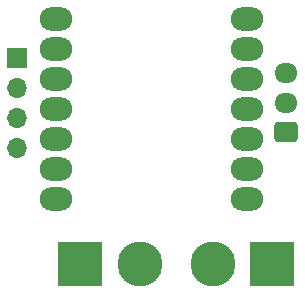
<source format=gts>
G04 #@! TF.GenerationSoftware,KiCad,Pcbnew,7.0.7*
G04 #@! TF.CreationDate,2024-01-02T23:05:42-05:00*
G04 #@! TF.ProjectId,squirrelbrain,73717569-7272-4656-9c62-7261696e2e6b,1*
G04 #@! TF.SameCoordinates,Original*
G04 #@! TF.FileFunction,Soldermask,Top*
G04 #@! TF.FilePolarity,Negative*
%FSLAX46Y46*%
G04 Gerber Fmt 4.6, Leading zero omitted, Abs format (unit mm)*
G04 Created by KiCad (PCBNEW 7.0.7) date 2024-01-02 23:05:42*
%MOMM*%
%LPD*%
G01*
G04 APERTURE LIST*
G04 Aperture macros list*
%AMRoundRect*
0 Rectangle with rounded corners*
0 $1 Rounding radius*
0 $2 $3 $4 $5 $6 $7 $8 $9 X,Y pos of 4 corners*
0 Add a 4 corners polygon primitive as box body*
4,1,4,$2,$3,$4,$5,$6,$7,$8,$9,$2,$3,0*
0 Add four circle primitives for the rounded corners*
1,1,$1+$1,$2,$3*
1,1,$1+$1,$4,$5*
1,1,$1+$1,$6,$7*
1,1,$1+$1,$8,$9*
0 Add four rect primitives between the rounded corners*
20,1,$1+$1,$2,$3,$4,$5,0*
20,1,$1+$1,$4,$5,$6,$7,0*
20,1,$1+$1,$6,$7,$8,$9,0*
20,1,$1+$1,$8,$9,$2,$3,0*%
G04 Aperture macros list end*
%ADD10O,1.700000X1.700000*%
%ADD11R,1.700000X1.700000*%
%ADD12RoundRect,1.000000X-0.375000X0.000000X0.375000X0.000000X0.375000X0.000000X-0.375000X0.000000X0*%
%ADD13R,3.800000X3.800000*%
%ADD14C,3.800000*%
%ADD15RoundRect,0.250000X0.725000X-0.600000X0.725000X0.600000X-0.725000X0.600000X-0.725000X-0.600000X0*%
%ADD16O,1.950000X1.700000*%
G04 APERTURE END LIST*
D10*
X38650000Y-50320000D03*
X38650000Y-47780000D03*
X38650000Y-45240000D03*
D11*
X38650000Y-42700000D03*
D12*
X41937500Y-39380000D03*
X41937500Y-41920000D03*
X41937500Y-44460000D03*
X41937500Y-47000000D03*
X41937500Y-49540000D03*
X41937500Y-52080000D03*
X41937500Y-54620000D03*
X58102500Y-54620000D03*
X58102500Y-52080000D03*
X58102500Y-49540000D03*
X58102500Y-47000000D03*
X58102500Y-44460000D03*
X58102500Y-41920000D03*
X58102500Y-39380000D03*
D13*
X60250000Y-60100001D03*
D14*
X55250000Y-60100001D03*
D15*
X61400000Y-49000000D03*
D16*
X61400000Y-46500000D03*
X61400000Y-44000000D03*
D13*
X44000000Y-60100001D03*
D14*
X49000000Y-60100001D03*
M02*

</source>
